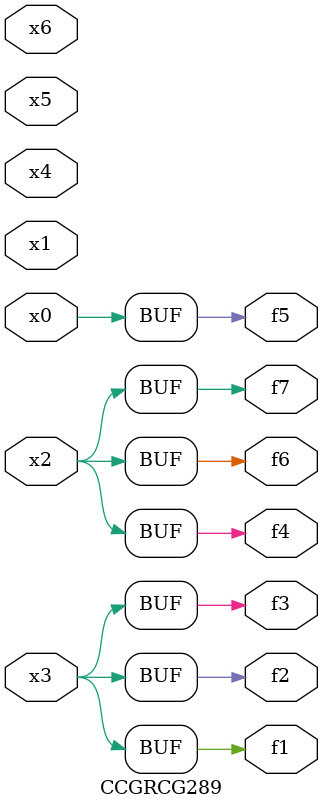
<source format=v>
module CCGRCG289(
	input x0, x1, x2, x3, x4, x5, x6,
	output f1, f2, f3, f4, f5, f6, f7
);
	assign f1 = x3;
	assign f2 = x3;
	assign f3 = x3;
	assign f4 = x2;
	assign f5 = x0;
	assign f6 = x2;
	assign f7 = x2;
endmodule

</source>
